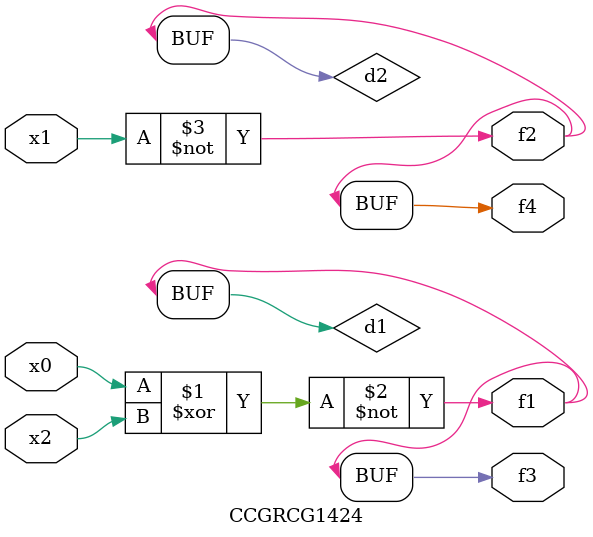
<source format=v>
module CCGRCG1424(
	input x0, x1, x2,
	output f1, f2, f3, f4
);

	wire d1, d2, d3;

	xnor (d1, x0, x2);
	nand (d2, x1);
	nor (d3, x1, x2);
	assign f1 = d1;
	assign f2 = d2;
	assign f3 = d1;
	assign f4 = d2;
endmodule

</source>
